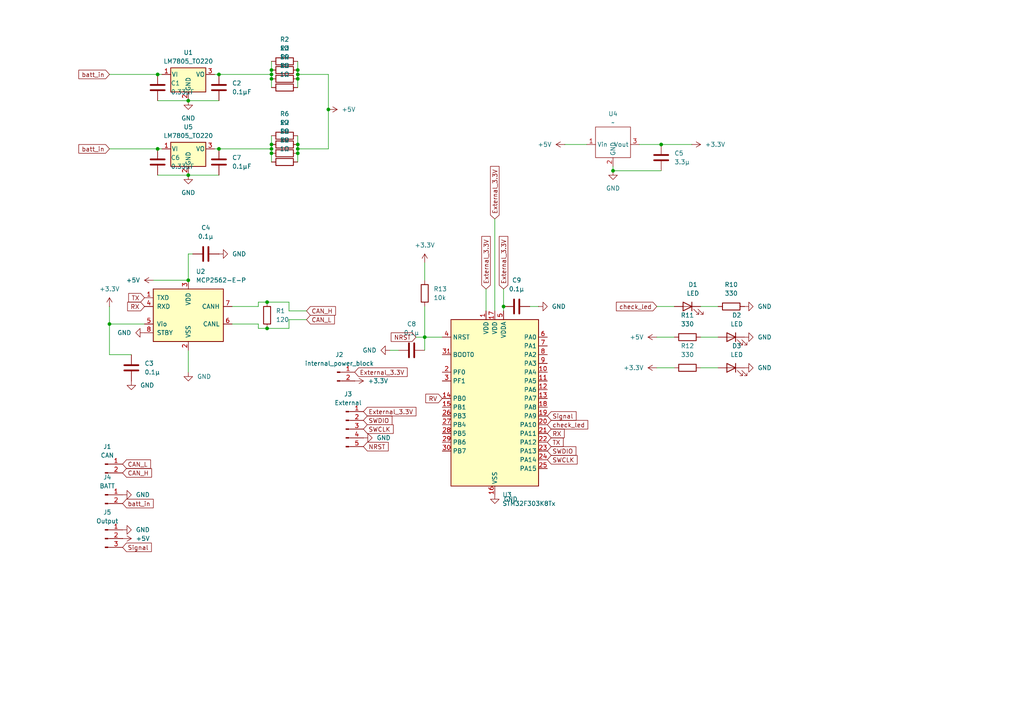
<source format=kicad_sch>
(kicad_sch (version 20231120) (generator "eeschema") (generator_version "8.0")
  (paper "A4")
  (lib_symbols
    (symbol "Connector:Conn_01x02_Pin" (pin_names (offset 1.016) hide)
      (property "Reference" "J" (at 0 2.54 0))
      (property "Value" "Conn_01x02_Pin" (at 0 -5.08 0))
      (symbol "Conn_01x02_Pin_1_1"
        (polyline (pts (xy 1.27 -2.54) (xy 0.8636 -2.54)) (stroke (width 0.1524)))
        (polyline (pts (xy 1.27 0) (xy 0.8636 0)) (stroke (width 0.1524)))
        (rectangle (start 0.8636 -2.413) (end 0 -2.667) (stroke (width 0.1524)) (fill (type outline)))
        (rectangle (start 0.8636 0.127) (end 0 -0.127) (stroke (width 0.1524)) (fill (type outline)))
        (pin passive line (at 5.08 0 180) (length 3.81) (name "Pin_1") (number "1"))
        (pin passive line (at 5.08 -2.54 180) (length 3.81) (name "Pin_2") (number "2"))
      )
    )
    (symbol "Connector:Conn_01x03_Pin" (pin_names (offset 1.016) hide)
      (property "Reference" "J" (at 0 5.08 0))
      (property "Value" "Conn_01x03_Pin" (at 0 -5.08 0))
      (symbol "Conn_01x03_Pin_1_1"
        (polyline (pts (xy 1.27 -2.54) (xy 0.8636 -2.54)) (stroke (width 0.1524)))
        (polyline (pts (xy 1.27 0) (xy 0.8636 0)) (stroke (width 0.1524)))
        (polyline (pts (xy 1.27 2.54) (xy 0.8636 2.54)) (stroke (width 0.1524)))
        (rectangle (start 0.8636 -2.413) (end 0 -2.667) (stroke (width 0.1524)) (fill (type outline)))
        (rectangle (start 0.8636 0.127) (end 0 -0.127) (stroke (width 0.1524)) (fill (type outline)))
        (rectangle (start 0.8636 2.667) (end 0 2.413) (stroke (width 0.1524)) (fill (type outline)))
        (pin passive line (at 5.08 2.54 180) (length 3.81) (name "Pin_1") (number "1"))
        (pin passive line (at 5.08 0 180) (length 3.81) (name "Pin_2") (number "2"))
        (pin passive line (at 5.08 -2.54 180) (length 3.81) (name "Pin_3") (number "3"))
      )
    )
    (symbol "Connector:Conn_01x05_Pin" (pin_names (offset 1.016) hide)
      (property "Reference" "J" (at 0 7.62 0))
      (property "Value" "Conn_01x05_Pin" (at 0 -7.62 0))
      (symbol "Conn_01x05_Pin_1_1"
        (polyline (pts (xy 1.27 -5.08) (xy 0.8636 -5.08)) (stroke (width 0.1524)))
        (polyline (pts (xy 1.27 -2.54) (xy 0.8636 -2.54)) (stroke (width 0.1524)))
        (polyline (pts (xy 1.27 0) (xy 0.8636 0)) (stroke (width 0.1524)))
        (polyline (pts (xy 1.27 2.54) (xy 0.8636 2.54)) (stroke (width 0.1524)))
        (polyline (pts (xy 1.27 5.08) (xy 0.8636 5.08)) (stroke (width 0.1524)))
        (rectangle (start 0.8636 -4.953) (end 0 -5.207) (stroke (width 0.1524)) (fill (type outline)))
        (rectangle (start 0.8636 -2.413) (end 0 -2.667) (stroke (width 0.1524)) (fill (type outline)))
        (rectangle (start 0.8636 0.127) (end 0 -0.127) (stroke (width 0.1524)) (fill (type outline)))
        (rectangle (start 0.8636 2.667) (end 0 2.413) (stroke (width 0.1524)) (fill (type outline)))
        (rectangle (start 0.8636 5.207) (end 0 4.953) (stroke (width 0.1524)) (fill (type outline)))
        (pin passive line (at 5.08 5.08 180) (length 3.81) (name "Pin_1") (number "1"))
        (pin passive line (at 5.08 2.54 180) (length 3.81) (name "Pin_2") (number "2"))
        (pin passive line (at 5.08 0 180) (length 3.81) (name "Pin_3") (number "3"))
        (pin passive line (at 5.08 -2.54 180) (length 3.81) (name "Pin_4") (number "4"))
        (pin passive line (at 5.08 -5.08 180) (length 3.81) (name "Pin_5") (number "5"))
      )
    )
    (symbol "Device:C" (pin_numbers hide) (pin_names (offset 0.254))
      (property "Reference" "C" (at 0.635 2.54 0))
      (property "Value" "C" (at 0.635 -2.54 0))
      (symbol "C_0_1"
        (polyline (pts (xy -2.032 -0.762) (xy 2.032 -0.762)) (stroke (width 0.508)))
        (polyline (pts (xy -2.032 0.762) (xy 2.032 0.762)) (stroke (width 0.508)))
      )
      (symbol "C_1_1"
        (pin passive line (at 0 3.81 270) (length 2.794) (name "~") (number "1"))
        (pin passive line (at 0 -3.81 90) (length 2.794) (name "~") (number "2"))
      )
    )
    (symbol "Device:LED" (pin_numbers hide) (pin_names (offset 1.016) hide)
      (property "Reference" "D" (at 0 2.54 0))
      (property "Value" "LED" (at 0 -2.54 0))
      (symbol "LED_0_1"
        (polyline (pts (xy -1.27 -1.27) (xy -1.27 1.27)) (stroke (width 0.254)))
        (polyline (pts (xy -1.27 0) (xy 1.27 0)))
        (polyline (pts (xy 1.27 -1.27) (xy 1.27 1.27) (xy -1.27 0) (xy 1.27 -1.27)) (stroke (width 0.254)))
        (polyline (pts (xy -3.048 -0.762) (xy -4.572 -2.286) (xy -3.81 -2.286) (xy -4.572 -2.286) (xy -4.572 -1.524)))
        (polyline (pts (xy -1.778 -0.762) (xy -3.302 -2.286) (xy -2.54 -2.286) (xy -3.302 -2.286) (xy -3.302 -1.524)))
      )
      (symbol "LED_1_1"
        (pin passive line (at -3.81 0 0) (length 2.54) (name "K") (number "1"))
        (pin passive line (at 3.81 0 180) (length 2.54) (name "A") (number "2"))
      )
    )
    (symbol "Device:R" (pin_numbers hide) (pin_names (offset 0))
      (property "Reference" "R" (at 2.032 0 90))
      (property "Value" "R" (at 0 0 90))
      (symbol "R_0_1"
        (rectangle (start -1.016 -2.54) (end 1.016 2.54) (stroke (width 0.254)))
      )
      (symbol "R_1_1"
        (pin passive line (at 0 3.81 270) (length 1.27) (name "~") (number "1"))
        (pin passive line (at 0 -3.81 90) (length 1.27) (name "~") (number "2"))
      )
    )
    (symbol "Interface_CAN_LIN:MCP2562-E-P" (pin_names (offset 1.016))
      (property "Reference" "U" (at -10.16 8.89 0))
      (property "Value" "MCP2562-E-P" (at 2.54 8.89 0))
      (symbol "MCP2562-E-P_0_1"
        (rectangle (start -10.16 7.62) (end 10.16 -7.62) (stroke (width 0.254)) (fill (type background)))
      )
      (symbol "MCP2562-E-P_1_1"
        (pin input line (at -12.7 5.08 0) (length 2.54) (name "TXD") (number "1"))
        (pin power_in line (at 0 -10.16 90) (length 2.54) (name "VSS") (number "2"))
        (pin power_in line (at 0 10.16 270) (length 2.54) (name "VDD") (number "3"))
        (pin output line (at -12.7 2.54 0) (length 2.54) (name "RXD") (number "4"))
        (pin power_in line (at -12.7 -2.54 0) (length 2.54) (name "Vio") (number "5"))
        (pin bidirectional line (at 12.7 -2.54 180) (length 2.54) (name "CANL") (number "6"))
        (pin bidirectional line (at 12.7 2.54 180) (length 2.54) (name "CANH") (number "7"))
        (pin input line (at -12.7 -5.08 0) (length 2.54) (name "STBY") (number "8"))
      )
    )
    (symbol "M78AR:m78ar033-1"
      (property "Reference" "U" (at -5.08 0 90))
      (symbol "m78ar033-1_0_1"
        (rectangle (start -5.08 2.54) (end 5.08 11.43))
      )
      (symbol "m78ar033-1_1_1"
        (pin input line (at -7.62 6.35 0) (length 2.54) (name "Vin") (number "1"))
        (pin bidirectional line (at 0 0 90) (length 2.54) (name "GND") (number "2"))
        (pin output line (at 7.62 6.35 180) (length 2.54) (name "Vout") (number "3"))
      )
    )
    (symbol "MCU_ST_STM32F3:STM32F303K8Tx"
      (property "Reference" "U" (at -12.7 26.67 0))
      (property "Value" "STM32F303K8Tx" (at 5.08 26.67 0))
      (symbol "STM32F303K8Tx_0_1"
        (rectangle (start -12.7 -22.86) (end 12.7 25.4) (stroke (width 0.254)) (fill (type background)))
      )
      (symbol "STM32F303K8Tx_1_1"
        (pin power_in line (at -2.54 27.94 270) (length 2.54) (name "VDD") (number "1"))
        (pin bidirectional line (at 15.24 10.16 180) (length 2.54) (name "PA4") (number "10"))
        (pin bidirectional line (at 15.24 7.62 180) (length 2.54) (name "PA5") (number "11"))
        (pin bidirectional line (at 15.24 5.08 180) (length 2.54) (name "PA6") (number "12"))
        (pin bidirectional line (at 15.24 2.54 180) (length 2.54) (name "PA7") (number "13"))
        (pin bidirectional line (at -15.24 2.54 0) (length 2.54) (name "PB0") (number "14"))
        (pin bidirectional line (at -15.24 0 0) (length 2.54) (name "PB1") (number "15"))
        (pin power_in line (at 0 -25.4 90) (length 2.54) (name "VSS") (number "16"))
        (pin power_in line (at 0 27.94 270) (length 2.54) (name "VDD") (number "17"))
        (pin bidirectional line (at 15.24 0 180) (length 2.54) (name "PA8") (number "18"))
        (pin bidirectional line (at 15.24 -2.54 180) (length 2.54) (name "PA9") (number "19"))
        (pin bidirectional line (at -15.24 10.16 0) (length 2.54) (name "PF0") (number "2"))
        (pin bidirectional line (at 15.24 -5.08 180) (length 2.54) (name "PA10") (number "20"))
        (pin bidirectional line (at 15.24 -7.62 180) (length 2.54) (name "PA11") (number "21"))
        (pin bidirectional line (at 15.24 -10.16 180) (length 2.54) (name "PA12") (number "22"))
        (pin bidirectional line (at 15.24 -12.7 180) (length 2.54) (name "PA13") (number "23"))
        (pin bidirectional line (at 15.24 -15.24 180) (length 2.54) (name "PA14") (number "24"))
        (pin bidirectional line (at 15.24 -17.78 180) (length 2.54) (name "PA15") (number "25"))
        (pin bidirectional line (at -15.24 -2.54 0) (length 2.54) (name "PB3") (number "26"))
        (pin bidirectional line (at -15.24 -5.08 0) (length 2.54) (name "PB4") (number "27"))
        (pin bidirectional line (at -15.24 -7.62 0) (length 2.54) (name "PB5") (number "28"))
        (pin bidirectional line (at -15.24 -10.16 0) (length 2.54) (name "PB6") (number "29"))
        (pin bidirectional line (at -15.24 7.62 0) (length 2.54) (name "PF1") (number "3"))
        (pin bidirectional line (at -15.24 -12.7 0) (length 2.54) (name "PB7") (number "30"))
        (pin input line (at -15.24 15.24 0) (length 2.54) (name "BOOT0") (number "31"))
        (pin passive line (at 0 -25.4 90) (length 2.54) hide (name "VSS") (number "32"))
        (pin input line (at -15.24 20.32 0) (length 2.54) (name "NRST") (number "4"))
        (pin power_in line (at 2.54 27.94 270) (length 2.54) (name "VDDA") (number "5"))
        (pin bidirectional line (at 15.24 20.32 180) (length 2.54) (name "PA0") (number "6"))
        (pin bidirectional line (at 15.24 17.78 180) (length 2.54) (name "PA1") (number "7"))
        (pin bidirectional line (at 15.24 15.24 180) (length 2.54) (name "PA2") (number "8"))
        (pin bidirectional line (at 15.24 12.7 180) (length 2.54) (name "PA3") (number "9"))
      )
    )
    (symbol "Regulator_Linear:LM7805_TO220" (pin_names (offset 0.254))
      (property "Reference" "U" (at -3.81 3.175 0))
      (property "Value" "LM7805_TO220" (at 0 3.175 0))
      (symbol "LM7805_TO220_0_1"
        (rectangle (start -5.08 1.905) (end 5.08 -5.08) (stroke (width 0.254)) (fill (type background)))
      )
      (symbol "LM7805_TO220_1_1"
        (pin power_in line (at -7.62 0 0) (length 2.54) (name "VI") (number "1"))
        (pin power_in line (at 0 -7.62 90) (length 2.54) (name "GND") (number "2"))
        (pin power_out line (at 7.62 0 180) (length 2.54) (name "VO") (number "3"))
      )
    )
    (symbol "power:+3.3V" (power) (pin_numbers hide) (pin_names (offset 0) hide)
      (property "Value" "+3.3V" (at 0 3.556 0))
      (symbol "+3.3V_0_1"
        (polyline (pts (xy -0.762 1.27) (xy 0 2.54)))
        (polyline (pts (xy 0 0) (xy 0 2.54)))
        (polyline (pts (xy 0 2.54) (xy 0.762 1.27)))
      )
      (symbol "+3.3V_1_1"
        (pin power_in line (at 0 0 90) (length 0) (name "~") (number "1"))
      )
    )
    (symbol "power:+5V" (power) (pin_numbers hide) (pin_names (offset 0) hide)
      (property "Value" "+5V" (at 0 3.556 0))
      (symbol "+5V_0_1"
        (polyline (pts (xy -0.762 1.27) (xy 0 2.54)))
        (polyline (pts (xy 0 0) (xy 0 2.54)))
        (polyline (pts (xy 0 2.54) (xy 0.762 1.27)))
      )
      (symbol "+5V_1_1"
        (pin power_in line (at 0 0 90) (length 0) (name "~") (number "1"))
      )
    )
    (symbol "power:GND" (power) (pin_numbers hide) (pin_names (offset 0) hide)
      (property "Value" "GND" (at 0 -3.81 0))
      (symbol "GND_0_1"
        (polyline (pts (xy 0 0) (xy 0 -1.27) (xy 1.27 -1.27) (xy 0 -2.54) (xy -1.27 -1.27) (xy 0 -1.27)))
      )
      (symbol "GND_1_1"
        (pin power_in line (at 0 0 270) (length 0) (name "~") (number "1"))
      )
    )
  )
  (junction (at 146.05 88.9))
  (junction (at 78.74 21.59))
  (junction (at 78.74 43.18))
  (junction (at 86.36 21.59))
  (junction (at 86.36 41.91))
  (junction (at 95.25 31.75))
  (junction (at 123.19 97.79))
  (junction (at 177.8 49.53))
  (junction (at 77.47 87.63))
  (junction (at 78.74 20.32))
  (junction (at 191.77 41.91))
  (junction (at 86.36 43.18))
  (junction (at 86.36 22.86))
  (junction (at 63.5 43.18))
  (junction (at 86.36 44.45))
  (junction (at 86.36 20.32))
  (junction (at 78.74 22.86))
  (junction (at 63.5 21.59))
  (junction (at 77.47 95.25))
  (junction (at 45.72 21.59))
  (junction (at 78.74 41.91))
  (junction (at 78.74 44.45))
  (junction (at 31.75 93.98))
  (junction (at 54.61 29.21))
  (junction (at 54.61 50.8))
  (junction (at 54.61 81.28))
  (junction (at 45.72 43.18))
  (wire (pts (xy 83.82 87.63) (xy 77.47 87.63)))
  (wire (pts (xy 86.36 21.59) (xy 95.25 21.59)))
  (wire (pts (xy 67.31 88.9) (xy 74.93 88.9)))
  (wire (pts (xy 78.74 21.59) (xy 78.74 22.86)))
  (wire (pts (xy 86.36 22.86) (xy 86.36 25.4)))
  (wire (pts (xy 190.5 97.79) (xy 195.58 97.79)))
  (wire (pts (xy 146.05 83.82) (xy 146.05 88.9)))
  (wire (pts (xy 190.5 106.68) (xy 195.58 106.68)))
  (wire (pts (xy 54.61 29.21) (xy 63.5 29.21)))
  (wire (pts (xy 55.88 73.66) (xy 54.61 73.66)))
  (wire (pts (xy 31.75 93.98) (xy 31.75 102.87)))
  (wire (pts (xy 86.36 43.18) (xy 86.36 44.45)))
  (wire (pts (xy 63.5 43.18) (xy 78.74 43.18)))
  (wire (pts (xy 67.31 93.98) (xy 74.93 93.98)))
  (wire (pts (xy 45.72 21.59) (xy 46.99 21.59)))
  (wire (pts (xy 74.93 95.25) (xy 77.47 95.25)))
  (wire (pts (xy 190.5 88.9) (xy 195.58 88.9)))
  (wire (pts (xy 45.72 29.21) (xy 54.61 29.21)))
  (wire (pts (xy 177.8 48.26) (xy 177.8 49.53)))
  (wire (pts (xy 83.82 95.25) (xy 77.47 95.25)))
  (wire (pts (xy 95.25 31.75) (xy 95.25 43.18)))
  (wire (pts (xy 203.2 106.68) (xy 208.28 106.68)))
  (wire (pts (xy 203.2 88.9) (xy 208.28 88.9)))
  (wire (pts (xy 31.75 43.18) (xy 45.72 43.18)))
  (wire (pts (xy 45.72 43.18) (xy 46.99 43.18)))
  (wire (pts (xy 185.42 41.91) (xy 191.77 41.91)))
  (wire (pts (xy 86.36 20.32) (xy 86.36 21.59)))
  (wire (pts (xy 45.72 50.8) (xy 54.61 50.8)))
  (wire (pts (xy 143.51 63.5) (xy 143.51 90.17)))
  (wire (pts (xy 54.61 101.6) (xy 54.61 107.95)))
  (wire (pts (xy 120.65 97.79) (xy 123.19 97.79)))
  (wire (pts (xy 95.25 31.75) (xy 95.25 21.59)))
  (wire (pts (xy 78.74 39.37) (xy 78.74 41.91)))
  (wire (pts (xy 123.19 97.79) (xy 128.27 97.79)))
  (wire (pts (xy 123.19 97.79) (xy 123.19 101.6)))
  (wire (pts (xy 156.21 88.9) (xy 153.67 88.9)))
  (wire (pts (xy 78.74 41.91) (xy 78.74 43.18)))
  (wire (pts (xy 63.5 21.59) (xy 78.74 21.59)))
  (wire (pts (xy 191.77 41.91) (xy 200.66 41.91)))
  (wire (pts (xy 163.83 41.91) (xy 170.18 41.91)))
  (wire (pts (xy 31.75 21.59) (xy 45.72 21.59)))
  (wire (pts (xy 88.9 90.17) (xy 83.82 90.17)))
  (wire (pts (xy 86.36 21.59) (xy 86.36 22.86)))
  (wire (pts (xy 31.75 88.9) (xy 31.75 93.98)))
  (wire (pts (xy 177.8 49.53) (xy 191.77 49.53)))
  (wire (pts (xy 123.19 88.9) (xy 123.19 97.79)))
  (wire (pts (xy 83.82 92.71) (xy 83.82 95.25)))
  (wire (pts (xy 78.74 44.45) (xy 78.74 46.99)))
  (wire (pts (xy 86.36 41.91) (xy 86.36 43.18)))
  (wire (pts (xy 62.23 21.59) (xy 63.5 21.59)))
  (wire (pts (xy 44.45 81.28) (xy 54.61 81.28)))
  (wire (pts (xy 31.75 93.98) (xy 41.91 93.98)))
  (wire (pts (xy 78.74 20.32) (xy 78.74 21.59)))
  (wire (pts (xy 123.19 76.2) (xy 123.19 81.28)))
  (wire (pts (xy 78.74 17.78) (xy 78.74 20.32)))
  (wire (pts (xy 86.36 43.18) (xy 95.25 43.18)))
  (wire (pts (xy 31.75 102.87) (xy 38.1 102.87)))
  (wire (pts (xy 140.97 83.82) (xy 140.97 90.17)))
  (wire (pts (xy 74.93 87.63) (xy 77.47 87.63)))
  (wire (pts (xy 203.2 97.79) (xy 208.28 97.79)))
  (wire (pts (xy 83.82 90.17) (xy 83.82 87.63)))
  (wire (pts (xy 74.93 88.9) (xy 74.93 87.63)))
  (wire (pts (xy 88.9 92.71) (xy 83.82 92.71)))
  (wire (pts (xy 74.93 93.98) (xy 74.93 95.25)))
  (wire (pts (xy 146.05 88.9) (xy 146.05 90.17)))
  (wire (pts (xy 113.03 101.6) (xy 115.57 101.6)))
  (wire (pts (xy 86.36 44.45) (xy 86.36 46.99)))
  (wire (pts (xy 78.74 43.18) (xy 78.74 44.45)))
  (wire (pts (xy 86.36 39.37) (xy 86.36 41.91)))
  (wire (pts (xy 54.61 73.66) (xy 54.61 81.28)))
  (wire (pts (xy 78.74 22.86) (xy 78.74 25.4)))
  (wire (pts (xy 86.36 17.78) (xy 86.36 20.32)))
  (wire (pts (xy 54.61 50.8) (xy 63.5 50.8)))
  (wire (pts (xy 62.23 43.18) (xy 63.5 43.18)))
  (global_label "SWDIO" (shape input) (at 105.41 121.92 0) (property "Intersheetrefs" "${INTERSHEET_REFS}" (effects (hide yes))))
  (global_label "SWCLK" (shape input) (at 105.41 124.46 0) (property "Intersheetrefs" "${INTERSHEET_REFS}" (effects (hide yes))))
  (global_label "SWDIO" (shape input) (at 158.75 130.81 0) (property "Intersheetrefs" "${INTERSHEET_REFS}" (effects (hide yes))))
  (global_label "External_3.3V" (shape input) (at 102.87 107.95 0) (property "Intersheetrefs" "${INTERSHEET_REFS}" (effects (hide yes))))
  (global_label "batt_in" (shape input) (at 35.56 146.05 0) (property "Intersheetrefs" "${INTERSHEET_REFS}" (effects (hide yes))))
  (global_label "Signal" (shape input) (at 35.56 158.75 0) (property "Intersheetrefs" "${INTERSHEET_REFS}" (effects (hide yes))))
  (global_label "CAN_L" (shape input) (at 35.56 134.62 0) (property "Intersheetrefs" "${INTERSHEET_REFS}" (effects (hide yes))))
  (global_label "batt_in" (shape input) (at 31.75 21.59 180) (property "Intersheetrefs" "${INTERSHEET_REFS}" (effects (hide yes))))
  (global_label "CAN_H" (shape input) (at 35.56 137.16 0) (property "Intersheetrefs" "${INTERSHEET_REFS}" (effects (hide yes))))
  (global_label "batt_in" (shape input) (at 31.75 43.18 180) (property "Intersheetrefs" "${INTERSHEET_REFS}" (effects (hide yes))))
  (global_label "CAN_L" (shape input) (at 88.9 92.71 0) (property "Intersheetrefs" "${INTERSHEET_REFS}" (effects (hide yes))))
  (global_label "TX" (shape input) (at 158.75 128.27 0) (property "Intersheetrefs" "${INTERSHEET_REFS}" (effects (hide yes))))
  (global_label "NRST" (shape input) (at 120.65 97.79 180) (property "Intersheetrefs" "${INTERSHEET_REFS}" (effects (hide yes))))
  (global_label "SWCLK" (shape input) (at 158.75 133.35 0) (property "Intersheetrefs" "${INTERSHEET_REFS}" (effects (hide yes))))
  (global_label "RV" (shape input) (at 128.27 115.57 180) (property "Intersheetrefs" "${INTERSHEET_REFS}" (effects (hide yes))))
  (global_label "Signal" (shape input) (at 158.75 120.65 0) (property "Intersheetrefs" "${INTERSHEET_REFS}" (effects (hide yes))))
  (global_label "check_led" (shape input) (at 158.75 123.19 0) (property "Intersheetrefs" "${INTERSHEET_REFS}" (effects (hide yes))))
  (global_label "External_3.3V" (shape input) (at 143.51 63.5 90) (property "Intersheetrefs" "${INTERSHEET_REFS}" (effects (hide yes))))
  (global_label "NRST" (shape input) (at 105.41 129.54 0) (property "Intersheetrefs" "${INTERSHEET_REFS}" (effects (hide yes))))
  (global_label "CAN_H" (shape input) (at 88.9 90.17 0) (property "Intersheetrefs" "${INTERSHEET_REFS}" (effects (hide yes))))
  (global_label "RX" (shape input) (at 41.91 88.9 180) (property "Intersheetrefs" "${INTERSHEET_REFS}" (effects (hide yes))))
  (global_label "External_3.3V" (shape input) (at 140.97 83.82 90) (property "Intersheetrefs" "${INTERSHEET_REFS}" (effects (hide yes))))
  (global_label "check_led" (shape input) (at 190.5 88.9 180) (property "Intersheetrefs" "${INTERSHEET_REFS}" (effects (hide yes))))
  (global_label "TX" (shape input) (at 41.91 86.36 180) (property "Intersheetrefs" "${INTERSHEET_REFS}" (effects (hide yes))))
  (global_label "External_3.3V" (shape input) (at 105.41 119.38 0) (property "Intersheetrefs" "${INTERSHEET_REFS}" (effects (hide yes))))
  (global_label "RX" (shape input) (at 158.75 125.73 0) (property "Intersheetrefs" "${INTERSHEET_REFS}" (effects (hide yes))))
  (global_label "External_3.3V" (shape input) (at 146.05 83.82 90) (property "Intersheetrefs" "${INTERSHEET_REFS}" (effects (hide yes))))
  (symbol (lib_id "Device:R") (at 123.19 85.09 180) (unit 1)
    (property "Reference" "R13" (at 125.73 83.8199 0) (effects (justify right)))
    (property "Value" "10k" (at 125.73 86.3599 0) (effects (justify right)))
    (property "Footprint" "Resistor_THT:R_Axial_DIN0207_L6.3mm_D2.5mm_P10.16mm_Horizontal" (effects (hide yes)))
    (property "Description" "Resistor" (effects (hide yes)))
  )
  (symbol (lib_id "Regulator_Linear:LM7805_TO220") (at 54.61 21.59 0) (unit 1)
    (property "Reference" "U1" (at 54.61 15.24 0))
    (property "Value" "LM7805_TO220" (at 54.61 17.78 0))
    (property "Footprint" "Package_TO_SOT_SMD:TO-252-2" (effects (hide yes)))
    (property "Datasheet" "https://www.onsemi.cn/PowerSolutions/document/MC7800-D.PDF" (effects (hide yes)))
    (property "Description" "Positive 1A 35V Linear Regulator, Fixed Output 5V, TO-220" (effects (hide yes)))
  )
  (symbol (lib_id "power:+3.3V") (at 31.75 88.9 0) (unit 1)
    (property "Reference" "#PWR2" (effects (hide yes)))
    (property "Value" "+3.3V" (at 31.75 83.82 0))
    (property "Description" "Power symbol creates a global label with name \"+3.3V\"" (effects (hide yes)))
  )
  (symbol (lib_id "Connector:Conn_01x05_Pin") (at 100.33 124.46 0) (unit 1)
    (property "Reference" "J3" (at 100.965 114.3 0))
    (property "Value" "External" (at 100.965 116.84 0))
    (property "Footprint" "Connector_PinHeader_2.54mm:PinHeader_1x05_P2.54mm_Horizontal" (effects (hide yes)))
    (property "Description" "Generic connector, single row, 01x05, script generated" (effects (hide yes)))
  )
  (symbol (lib_id "power:+3.3V") (at 190.5 106.68 90) (mirror x) (unit 1)
    (property "Reference" "#PWR22" (effects (hide yes)))
    (property "Value" "+3.3V" (at 186.69 106.6799 90) (effects (justify left)))
    (property "Description" "Power symbol creates a global label with name \"+3.3V\"" (effects (hide yes)))
  )
  (symbol (lib_id "power:GND") (at 38.1 110.49 0) (unit 1)
    (property "Reference" "#PWR3" (effects (hide yes)))
    (property "Value" "GND" (at 40.64 111.7599 0) (effects (justify left)))
    (property "Description" "Power symbol creates a global label with name \"GND\" , ground" (effects (hide yes)))
  )
  (symbol (lib_id "Device:C") (at 63.5 25.4 0) (unit 1)
    (property "Reference" "C2" (at 67.31 24.1299 0) (effects (justify left)))
    (property "Value" "0.1μF" (at 67.31 26.6699 0) (effects (justify left)))
    (property "Footprint" "Capacitor_THT:C_Disc_D3.0mm_W2.0mm_P2.50mm" (effects (hide yes)))
    (property "Description" "Unpolarized capacitor" (effects (hide yes)))
  )
  (symbol (lib_id "MCU_ST_STM32F3:STM32F303K8Tx") (at 143.51 118.11 0) (unit 1)
    (property "Reference" "U3" (at 145.7041 143.51 0) (effects (justify left)))
    (property "Value" "STM32F303K8Tx" (at 145.7041 146.05 0) (effects (justify left)))
    (property "Footprint" "Package_QFP:LQFP-32_7x7mm_P0.8mm" (effects (hide yes)))
    (property "Datasheet" "https://www.st.com/resource/en/datasheet/stm32f303k8.pdf" (effects (hide yes)))
    (property "Description" "STMicroelectronics Arm Cortex-M4 MCU, 64KB flash, 16KB RAM, 72 MHz, 2.0-3.6V, 25 GPIO, LQFP32" (effects (hide yes)))
  )
  (symbol (lib_id "Device:C") (at 119.38 101.6 90) (unit 1)
    (property "Reference" "C8" (at 119.38 93.98 90))
    (property "Value" "0.1μ" (at 119.38 96.52 90))
    (property "Footprint" "Capacitor_THT:C_Disc_D3.0mm_W2.0mm_P2.50mm" (effects (hide yes)))
    (property "Description" "Unpolarized capacitor" (effects (hide yes)))
  )
  (symbol (lib_id "Device:R") (at 82.55 20.32 270) (unit 1)
    (property "Reference" "R3" (at 82.55 13.97 90))
    (property "Value" "1Ω" (at 82.55 16.51 90))
    (property "Footprint" "Resistor_THT:R_Axial_DIN0207_L6.3mm_D2.5mm_P10.16mm_Horizontal" (effects (hide yes)))
    (property "Description" "Resistor" (effects (hide yes)))
  )
  (symbol (lib_id "Device:R") (at 212.09 88.9 90) (unit 1)
    (property "Reference" "R10" (at 212.09 82.55 90))
    (property "Value" "330" (at 212.09 85.09 90))
    (property "Footprint" "Resistor_THT:R_Axial_DIN0207_L6.3mm_D2.5mm_P10.16mm_Horizontal" (effects (hide yes)))
    (property "Description" "Resistor" (effects (hide yes)))
  )
  (symbol (lib_id "power:GND") (at 105.41 127 90) (unit 1)
    (property "Reference" "#PWR9" (effects (hide yes)))
    (property "Value" "GND" (at 109.22 126.9999 90) (effects (justify right)))
    (property "Description" "Power symbol creates a global label with name \"GND\" , ground" (effects (hide yes)))
  )
  (symbol (lib_id "power:GND") (at 54.61 50.8 0) (unit 1)
    (property "Reference" "#PWR18" (effects (hide yes)))
    (property "Value" "GND" (at 54.61 55.88 0))
    (property "Description" "Power symbol creates a global label with name \"GND\" , ground" (effects (hide yes)))
  )
  (symbol (lib_id "power:GND") (at 215.9 97.79 90) (unit 1)
    (property "Reference" "#PWR21" (effects (hide yes)))
    (property "Value" "GND" (at 219.71 97.7899 90) (effects (justify right)))
    (property "Description" "Power symbol creates a global label with name \"GND\" , ground" (effects (hide yes)))
  )
  (symbol (lib_id "Connector:Conn_01x02_Pin") (at 97.79 107.95 0) (unit 1)
    (property "Reference" "J2" (at 98.425 102.87 0))
    (property "Value" "internal_power_block" (at 98.425 105.41 0))
    (property "Footprint" "Connector_PinHeader_2.54mm:PinHeader_1x02_P2.54mm_Horizontal" (effects (hide yes)))
    (property "Description" "Generic connector, single row, 01x02, script generated" (effects (hide yes)))
  )
  (symbol (lib_id "Device:R") (at 82.55 44.45 270) (unit 1)
    (property "Reference" "R8" (at 82.55 38.1 90))
    (property "Value" "1Ω" (at 82.55 40.64 90))
    (property "Footprint" "Resistor_THT:R_Axial_DIN0207_L6.3mm_D2.5mm_P10.16mm_Horizontal" (effects (hide yes)))
    (property "Description" "Resistor" (effects (hide yes)))
  )
  (symbol (lib_id "power:GND") (at 156.21 88.9 90) (mirror x) (unit 1)
    (property "Reference" "#PWR26" (effects (hide yes)))
    (property "Value" "GND" (at 160.02 88.8999 90) (effects (justify right)))
    (property "Description" "Power symbol creates a global label with name \"GND\" , ground" (effects (hide yes)))
  )
  (symbol (lib_id "Device:R") (at 82.55 41.91 270) (unit 1)
    (property "Reference" "R7" (at 82.55 35.56 90))
    (property "Value" "1Ω" (at 82.55 38.1 90))
    (property "Footprint" "Resistor_THT:R_Axial_DIN0207_L6.3mm_D2.5mm_P10.16mm_Horizontal" (effects (hide yes)))
    (property "Description" "Resistor" (effects (hide yes)))
  )
  (symbol (lib_id "power:GND") (at 215.9 106.68 90) (unit 1)
    (property "Reference" "#PWR23" (effects (hide yes)))
    (property "Value" "GND" (at 219.71 106.6799 90) (effects (justify right)))
    (property "Description" "Power symbol creates a global label with name \"GND\" , ground" (effects (hide yes)))
  )
  (symbol (lib_id "Device:R") (at 82.55 39.37 270) (unit 1)
    (property "Reference" "R6" (at 82.55 33.02 90))
    (property "Value" "1Ω" (at 82.55 35.56 90))
    (property "Footprint" "Resistor_THT:R_Axial_DIN0207_L6.3mm_D2.5mm_P10.16mm_Horizontal" (effects (hide yes)))
    (property "Description" "Resistor" (effects (hide yes)))
  )
  (symbol (lib_id "power:GND") (at 54.61 29.21 0) (unit 1)
    (property "Reference" "#PWR1" (effects (hide yes)))
    (property "Value" "GND" (at 54.61 34.29 0))
    (property "Description" "Power symbol creates a global label with name \"GND\" , ground" (effects (hide yes)))
  )
  (symbol (lib_id "power:GND") (at 54.61 107.95 0) (unit 1)
    (property "Reference" "#PWR6" (effects (hide yes)))
    (property "Value" "GND" (at 57.15 109.2199 0) (effects (justify left)))
    (property "Description" "Power symbol creates a global label with name \"GND\" , ground" (effects (hide yes)))
  )
  (symbol (lib_id "power:GND") (at 177.8 49.53 0) (unit 1)
    (property "Reference" "#PWR11" (effects (hide yes)))
    (property "Value" "GND" (at 177.8 54.61 0))
    (property "Description" "Power symbol creates a global label with name \"GND\" , ground" (effects (hide yes)))
  )
  (symbol (lib_id "power:+3.3V") (at 200.66 41.91 270) (unit 1)
    (property "Reference" "#PWR14" (effects (hide yes)))
    (property "Value" "+3.3V" (at 204.47 41.9099 90) (effects (justify left)))
    (property "Description" "Power symbol creates a global label with name \"+3.3V\"" (effects (hide yes)))
  )
  (symbol (lib_id "Device:LED") (at 212.09 106.68 0) (mirror y) (unit 1)
    (property "Reference" "D3" (at 213.6775 100.33 0))
    (property "Value" "LED" (at 213.6775 102.87 0))
    (property "Footprint" "LED_THT:LED_D3.0mm" (effects (hide yes)))
    (property "Description" "Light emitting diode" (effects (hide yes)))
  )
  (symbol (lib_id "Device:C") (at 59.69 73.66 90) (unit 1)
    (property "Reference" "C4" (at 59.69 66.04 90))
    (property "Value" "0.1μ" (at 59.69 68.58 90))
    (property "Footprint" "Capacitor_THT:C_Disc_D3.0mm_W2.0mm_P2.50mm" (effects (hide yes)))
    (property "Description" "Unpolarized capacitor" (effects (hide yes)))
  )
  (symbol (lib_id "power:GND") (at 113.03 101.6 270) (unit 1)
    (property "Reference" "#PWR25" (effects (hide yes)))
    (property "Value" "GND" (at 109.22 101.5999 90) (effects (justify right)))
    (property "Description" "Power symbol creates a global label with name \"GND\" , ground" (effects (hide yes)))
  )
  (symbol (lib_id "Device:R") (at 77.47 91.44 0) (unit 1)
    (property "Reference" "R1" (at 80.01 90.1699 0) (effects (justify left)))
    (property "Value" "120" (at 80.01 92.7099 0) (effects (justify left)))
    (property "Footprint" "Resistor_THT:R_Axial_DIN0207_L6.3mm_D2.5mm_P10.16mm_Horizontal" (effects (hide yes)))
    (property "Description" "Resistor" (effects (hide yes)))
  )
  (symbol (lib_id "power:GND") (at 143.51 143.51 0) (unit 1)
    (property "Reference" "#PWR10" (effects (hide yes)))
    (property "Value" "GND" (at 146.05 144.7799 0) (effects (justify left)))
    (property "Description" "Power symbol creates a global label with name \"GND\" , ground" (effects (hide yes)))
  )
  (symbol (lib_id "Device:R") (at 82.55 46.99 270) (unit 1)
    (property "Reference" "R9" (at 82.55 40.64 90))
    (property "Value" "1Ω" (at 82.55 43.18 90))
    (property "Footprint" "Resistor_THT:R_Axial_DIN0207_L6.3mm_D2.5mm_P10.16mm_Horizontal" (effects (hide yes)))
    (property "Description" "Resistor" (effects (hide yes)))
  )
  (symbol (lib_id "power:GND") (at 41.91 96.52 270) (mirror x) (unit 1)
    (property "Reference" "#PWR4" (effects (hide yes)))
    (property "Value" "GND" (at 38.1 96.5199 90) (effects (justify right)))
    (property "Description" "Power symbol creates a global label with name \"GND\" , ground" (effects (hide yes)))
  )
  (symbol (lib_id "power:GND") (at 215.9 88.9 90) (unit 1)
    (property "Reference" "#PWR19" (effects (hide yes)))
    (property "Value" "GND" (at 219.71 88.8999 90) (effects (justify right)))
    (property "Description" "Power symbol creates a global label with name \"GND\" , ground" (effects (hide yes)))
  )
  (symbol (lib_id "Connector:Conn_01x02_Pin") (at 30.48 143.51 0) (unit 1)
    (property "Reference" "J4" (at 31.115 138.43 0))
    (property "Value" "BATT" (at 31.115 140.97 0))
    (property "Footprint" "Connector_AMASS:AMASS_XT30PW-M_1x02_P2.50mm_Horizontal" (effects (hide yes)))
    (property "Description" "Generic connector, single row, 01x02, script generated" (effects (hide yes)))
  )
  (symbol (lib_id "Regulator_Linear:LM7805_TO220") (at 54.61 43.18 0) (unit 1)
    (property "Reference" "U5" (at 54.61 36.83 0))
    (property "Value" "LM7805_TO220" (at 54.61 39.37 0))
    (property "Footprint" "Package_TO_SOT_SMD:TO-252-2" (effects (hide yes)))
    (property "Datasheet" "https://www.onsemi.cn/PowerSolutions/document/MC7800-D.PDF" (effects (hide yes)))
    (property "Description" "Positive 1A 35V Linear Regulator, Fixed Output 5V, TO-220" (effects (hide yes)))
  )
  (symbol (lib_id "power:GND") (at 35.56 143.51 90) (unit 1)
    (property "Reference" "#PWR15" (effects (hide yes)))
    (property "Value" "GND" (at 39.37 143.5099 90) (effects (justify right)))
    (property "Description" "Power symbol creates a global label with name \"GND\" , ground" (effects (hide yes)))
  )
  (symbol (lib_id "power:+5V") (at 35.56 156.21 270) (mirror x) (unit 1)
    (property "Reference" "#PWR17" (effects (hide yes)))
    (property "Value" "+5V" (at 39.37 156.2099 90) (effects (justify left)))
    (property "Description" "Power symbol creates a global label with name \"+5V\"" (effects (hide yes)))
  )
  (symbol (lib_id "power:+5V") (at 44.45 81.28 90) (unit 1)
    (property "Reference" "#PWR5" (effects (hide yes)))
    (property "Value" "+5V" (at 40.64 81.2799 90) (effects (justify left)))
    (property "Description" "Power symbol creates a global label with name \"+5V\"" (effects (hide yes)))
  )
  (symbol (lib_id "Device:R") (at 82.55 22.86 270) (unit 1)
    (property "Reference" "R4" (at 82.55 16.51 90))
    (property "Value" "1Ω" (at 82.55 19.05 90))
    (property "Footprint" "Resistor_THT:R_Axial_DIN0207_L6.3mm_D2.5mm_P10.16mm_Horizontal" (effects (hide yes)))
    (property "Description" "Resistor" (effects (hide yes)))
  )
  (symbol (lib_id "Device:C") (at 45.72 25.4 0) (unit 1)
    (property "Reference" "C1" (at 49.53 24.1299 0) (effects (justify left)))
    (property "Value" "0.33μF" (at 49.53 26.6699 0) (effects (justify left)))
    (property "Footprint" "Capacitor_THT:C_Disc_D3.0mm_W2.0mm_P2.50mm" (effects (hide yes)))
    (property "Description" "Unpolarized capacitor" (effects (hide yes)))
  )
  (symbol (lib_id "Device:R") (at 199.39 106.68 90) (unit 1)
    (property "Reference" "R12" (at 199.39 100.33 90))
    (property "Value" "330" (at 199.39 102.87 90))
    (property "Footprint" "Resistor_THT:R_Axial_DIN0207_L6.3mm_D2.5mm_P10.16mm_Horizontal" (effects (hide yes)))
    (property "Description" "Resistor" (effects (hide yes)))
  )
  (symbol (lib_id "power:+5V") (at 163.83 41.91 90) (unit 1)
    (property "Reference" "#PWR12" (effects (hide yes)))
    (property "Value" "+5V" (at 160.02 41.9099 90) (effects (justify left)))
    (property "Description" "Power symbol creates a global label with name \"+5V\"" (effects (hide yes)))
  )
  (symbol (lib_id "Device:C") (at 63.5 46.99 0) (unit 1)
    (property "Reference" "C7" (at 67.31 45.7199 0) (effects (justify left)))
    (property "Value" "0.1μF" (at 67.31 48.2599 0) (effects (justify left)))
    (property "Footprint" "Capacitor_THT:C_Disc_D3.0mm_W2.0mm_P2.50mm" (effects (hide yes)))
    (property "Description" "Unpolarized capacitor" (effects (hide yes)))
  )
  (symbol (lib_id "power:+5V") (at 95.25 31.75 270) (mirror x) (unit 1)
    (property "Reference" "#PWR13" (effects (hide yes)))
    (property "Value" "+5V" (at 99.06 31.7499 90) (effects (justify left)))
    (property "Description" "Power symbol creates a global label with name \"+5V\"" (effects (hide yes)))
  )
  (symbol (lib_id "Device:C") (at 149.86 88.9 270) (mirror x) (unit 1)
    (property "Reference" "C9" (at 149.86 81.28 90))
    (property "Value" "0.1μ" (at 149.86 83.82 90))
    (property "Footprint" "Capacitor_THT:C_Disc_D3.0mm_W2.0mm_P2.50mm" (effects (hide yes)))
    (property "Description" "Unpolarized capacitor" (effects (hide yes)))
  )
  (symbol (lib_id "M78AR:m78ar033-1") (at 177.8 48.26 0) (unit 1)
    (property "Reference" "U4" (at 177.8 33.02 0))
    (property "Value" "~" (at 177.8 35.56 0))
    (property "Footprint" "M78AR:m78ar033-1" (effects (hide yes)))
  )
  (symbol (lib_id "Device:C") (at 38.1 106.68 0) (unit 1)
    (property "Reference" "C3" (at 41.91 105.4099 0) (effects (justify left)))
    (property "Value" "0.1μ" (at 41.91 107.9499 0) (effects (justify left)))
    (property "Footprint" "Capacitor_THT:C_Disc_D3.0mm_W2.0mm_P2.50mm" (effects (hide yes)))
    (property "Description" "Unpolarized capacitor" (effects (hide yes)))
  )
  (symbol (lib_id "Device:LED") (at 212.09 97.79 0) (mirror y) (unit 1)
    (property "Reference" "D2" (at 213.6775 91.44 0))
    (property "Value" "LED" (at 213.6775 93.98 0))
    (property "Footprint" "LED_THT:LED_D3.0mm" (effects (hide yes)))
    (property "Description" "Light emitting diode" (effects (hide yes)))
  )
  (symbol (lib_id "Device:R") (at 82.55 17.78 270) (unit 1)
    (property "Reference" "R2" (at 82.55 11.43 90))
    (property "Value" "1Ω" (at 82.55 13.97 90))
    (property "Footprint" "Resistor_THT:R_Axial_DIN0207_L6.3mm_D2.5mm_P10.16mm_Horizontal" (effects (hide yes)))
    (property "Description" "Resistor" (effects (hide yes)))
  )
  (symbol (lib_id "power:GND") (at 63.5 73.66 90) (unit 1)
    (property "Reference" "#PWR7" (effects (hide yes)))
    (property "Value" "GND" (at 67.31 73.6599 90) (effects (justify right)))
    (property "Description" "Power symbol creates a global label with name \"GND\" , ground" (effects (hide yes)))
  )
  (symbol (lib_id "power:GND") (at 35.56 153.67 90) (unit 1)
    (property "Reference" "#PWR16" (effects (hide yes)))
    (property "Value" "GND" (at 39.37 153.6699 90) (effects (justify right)))
    (property "Description" "Power symbol creates a global label with name \"GND\" , ground" (effects (hide yes)))
  )
  (symbol (lib_id "Connector:Conn_01x03_Pin") (at 30.48 156.21 0) (unit 1)
    (property "Reference" "J5" (at 31.115 148.59 0))
    (property "Value" "Output" (at 31.115 151.13 0))
    (property "Footprint" "Connector_PinHeader_2.54mm:PinHeader_1x03_P2.54mm_Horizontal" (effects (hide yes)))
    (property "Description" "Generic connector, single row, 01x03, script generated" (effects (hide yes)))
  )
  (symbol (lib_id "Device:R") (at 82.55 25.4 270) (unit 1)
    (property "Reference" "R5" (at 82.55 19.05 90))
    (property "Value" "1Ω" (at 82.55 21.59 90))
    (property "Footprint" "Resistor_THT:R_Axial_DIN0207_L6.3mm_D2.5mm_P10.16mm_Horizontal" (effects (hide yes)))
    (property "Description" "Resistor" (effects (hide yes)))
  )
  (symbol (lib_id "Device:LED") (at 199.39 88.9 0) (mirror y) (unit 1)
    (property "Reference" "D1" (at 200.9775 82.55 0))
    (property "Value" "LED" (at 200.9775 85.09 0))
    (property "Footprint" "LED_THT:LED_D3.0mm" (effects (hide yes)))
    (property "Description" "Light emitting diode" (effects (hide yes)))
  )
  (symbol (lib_id "power:+3.3V") (at 102.87 110.49 270) (unit 1)
    (property "Reference" "#PWR8" (effects (hide yes)))
    (property "Value" "+3.3V" (at 106.68 110.4899 90) (effects (justify left)))
    (property "Description" "Power symbol creates a global label with name \"+3.3V\"" (effects (hide yes)))
  )
  (symbol (lib_id "Interface_CAN_LIN:MCP2562-E-P") (at 54.61 91.44 0) (unit 1)
    (property "Reference" "U2" (at 56.8041 78.74 0) (effects (justify left)))
    (property "Value" "MCP2562-E-P" (at 56.8041 81.28 0) (effects (justify left)))
    (property "Footprint" "Package_DIP:DIP-8_W7.62mm" (effects (hide yes)))
    (property "Datasheet" "http://ww1.microchip.com/downloads/en/DeviceDoc/25167A.pdf" (effects (hide yes)))
    (property "Description" "High-Speed CAN Transceiver, 1Mbps, 5V supply, Vio pin, -40C to +125C, DIP-8" (effects (hide yes)))
  )
  (symbol (lib_id "Connector:Conn_01x02_Pin") (at 30.48 134.62 0) (unit 1)
    (property "Reference" "J1" (at 31.115 129.54 0))
    (property "Value" "CAN" (at 31.115 132.08 0))
    (property "Footprint" "Connector_JST:JST_XH_S2B-XH-A_1x02_P2.50mm_Horizontal" (effects (hide yes)))
    (property "Description" "Generic connector, single row, 01x02, script generated" (effects (hide yes)))
  )
  (symbol (lib_id "power:+5V") (at 190.5 97.79 90) (unit 1)
    (property "Reference" "#PWR20" (effects (hide yes)))
    (property "Value" "+5V" (at 186.69 97.7899 90) (effects (justify left)))
    (property "Description" "Power symbol creates a global label with name \"+5V\"" (effects (hide yes)))
  )
  (symbol (lib_id "Device:R") (at 199.39 97.79 90) (unit 1)
    (property "Reference" "R11" (at 199.39 91.44 90))
    (property "Value" "330" (at 199.39 93.98 90))
    (property "Footprint" "Resistor_THT:R_Axial_DIN0207_L6.3mm_D2.5mm_P10.16mm_Horizontal" (effects (hide yes)))
    (property "Description" "Resistor" (effects (hide yes)))
  )
  (symbol (lib_id "Device:C") (at 191.77 45.72 0) (unit 1)
    (property "Reference" "C5" (at 195.58 44.4499 0) (effects (justify left)))
    (property "Value" "3.3μ" (at 195.58 46.9899 0) (effects (justify left)))
    (property "Footprint" "Capacitor_THT:C_Disc_D3.0mm_W2.0mm_P2.50mm" (effects (hide yes)))
    (property "Description" "Unpolarized capacitor" (effects (hide yes)))
  )
  (symbol (lib_id "Device:C") (at 45.72 46.99 0) (unit 1)
    (property "Reference" "C6" (at 49.53 45.7199 0) (effects (justify left)))
    (property "Value" "0.33μF" (at 49.53 48.2599 0) (effects (justify left)))
    (property "Footprint" "Capacitor_THT:C_Disc_D3.0mm_W2.0mm_P2.50mm" (effects (hide yes)))
    (property "Description" "Unpolarized capacitor" (effects (hide yes)))
  )
  (symbol (lib_id "power:+3.3V") (at 123.19 76.2 0) (unit 1)
    (property "Reference" "#PWR24" (effects (hide yes)))
    (property "Value" "+3.3V" (at 123.19 71.12 0))
    (property "Description" "Power symbol creates a global label with name \"+3.3V\"" (effects (hide yes)))
  )
)
</source>
